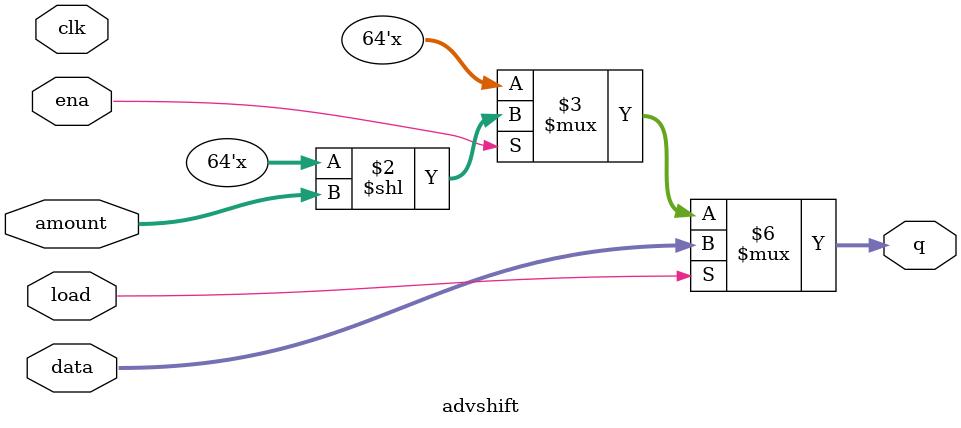
<source format=v>
module advshift(input clk,
input load,
input ena,
input [1:0] amount,
input [63:0] data,
output reg [63:0] q); 
// when load is high, assign data[63:0] to shift register q.
// if ena is high, shift q.
// amount: Chooses which direction and how much to shift.
// 2'b00: shift left by 1 bit.
// 2'b01: shift left by 8 bits.
// 2'b10: shift right by 1 bit.
// 2'b11: shift right by 8 bits.

	always @ (load, ena)
	begin
	if (load)
	begin
	q <= data;
	end
	else if (ena)
	begin
	q <= q << amount;
	end
	end
endmodule

</source>
